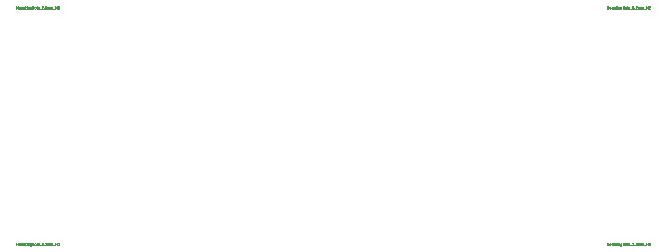
<source format=gbr>
G04 #@! TF.FileFunction,Other,Fab,Top*
%FSLAX46Y46*%
G04 Gerber Fmt 4.6, Leading zero omitted, Abs format (unit mm)*
G04 Created by KiCad (PCBNEW 4.0.1-stable) date 26/09/2016 11:32:39 a. m.*
%MOMM*%
G01*
G04 APERTURE LIST*
%ADD10C,0.100000*%
%ADD11C,0.050000*%
G04 APERTURE END LIST*
D10*
D11*
X168176192Y-96590476D02*
X168176192Y-96390476D01*
X168242859Y-96533333D01*
X168309525Y-96390476D01*
X168309525Y-96590476D01*
X168433334Y-96590476D02*
X168414287Y-96580952D01*
X168404763Y-96571429D01*
X168395239Y-96552381D01*
X168395239Y-96495238D01*
X168404763Y-96476190D01*
X168414287Y-96466667D01*
X168433334Y-96457143D01*
X168461906Y-96457143D01*
X168480954Y-96466667D01*
X168490477Y-96476190D01*
X168500001Y-96495238D01*
X168500001Y-96552381D01*
X168490477Y-96571429D01*
X168480954Y-96580952D01*
X168461906Y-96590476D01*
X168433334Y-96590476D01*
X168671429Y-96457143D02*
X168671429Y-96590476D01*
X168585715Y-96457143D02*
X168585715Y-96561905D01*
X168595239Y-96580952D01*
X168614286Y-96590476D01*
X168642858Y-96590476D01*
X168661906Y-96580952D01*
X168671429Y-96571429D01*
X168766667Y-96457143D02*
X168766667Y-96590476D01*
X168766667Y-96476190D02*
X168776191Y-96466667D01*
X168795238Y-96457143D01*
X168823810Y-96457143D01*
X168842858Y-96466667D01*
X168852381Y-96485714D01*
X168852381Y-96590476D01*
X168919048Y-96457143D02*
X168995238Y-96457143D01*
X168947619Y-96390476D02*
X168947619Y-96561905D01*
X168957143Y-96580952D01*
X168976190Y-96590476D01*
X168995238Y-96590476D01*
X169061905Y-96590476D02*
X169061905Y-96457143D01*
X169061905Y-96390476D02*
X169052381Y-96400000D01*
X169061905Y-96409524D01*
X169071429Y-96400000D01*
X169061905Y-96390476D01*
X169061905Y-96409524D01*
X169157143Y-96457143D02*
X169157143Y-96590476D01*
X169157143Y-96476190D02*
X169166667Y-96466667D01*
X169185714Y-96457143D01*
X169214286Y-96457143D01*
X169233334Y-96466667D01*
X169242857Y-96485714D01*
X169242857Y-96590476D01*
X169423809Y-96457143D02*
X169423809Y-96619048D01*
X169414286Y-96638095D01*
X169404762Y-96647619D01*
X169385714Y-96657143D01*
X169357143Y-96657143D01*
X169338095Y-96647619D01*
X169423809Y-96580952D02*
X169404762Y-96590476D01*
X169366666Y-96590476D01*
X169347619Y-96580952D01*
X169338095Y-96571429D01*
X169328571Y-96552381D01*
X169328571Y-96495238D01*
X169338095Y-96476190D01*
X169347619Y-96466667D01*
X169366666Y-96457143D01*
X169404762Y-96457143D01*
X169423809Y-96466667D01*
X169519047Y-96590476D02*
X169519047Y-96390476D01*
X169519047Y-96485714D02*
X169633333Y-96485714D01*
X169633333Y-96590476D02*
X169633333Y-96390476D01*
X169757142Y-96590476D02*
X169738095Y-96580952D01*
X169728571Y-96571429D01*
X169719047Y-96552381D01*
X169719047Y-96495238D01*
X169728571Y-96476190D01*
X169738095Y-96466667D01*
X169757142Y-96457143D01*
X169785714Y-96457143D01*
X169804762Y-96466667D01*
X169814285Y-96476190D01*
X169823809Y-96495238D01*
X169823809Y-96552381D01*
X169814285Y-96571429D01*
X169804762Y-96580952D01*
X169785714Y-96590476D01*
X169757142Y-96590476D01*
X169938094Y-96590476D02*
X169919047Y-96580952D01*
X169909523Y-96561905D01*
X169909523Y-96390476D01*
X170090476Y-96580952D02*
X170071428Y-96590476D01*
X170033333Y-96590476D01*
X170014285Y-96580952D01*
X170004761Y-96561905D01*
X170004761Y-96485714D01*
X170014285Y-96466667D01*
X170033333Y-96457143D01*
X170071428Y-96457143D01*
X170090476Y-96466667D01*
X170099999Y-96485714D01*
X170099999Y-96504762D01*
X170004761Y-96523810D01*
X170138095Y-96609524D02*
X170290476Y-96609524D01*
X170328571Y-96409524D02*
X170338095Y-96400000D01*
X170357143Y-96390476D01*
X170404762Y-96390476D01*
X170423809Y-96400000D01*
X170433333Y-96409524D01*
X170442857Y-96428571D01*
X170442857Y-96447619D01*
X170433333Y-96476190D01*
X170319047Y-96590476D01*
X170442857Y-96590476D01*
X170528571Y-96571429D02*
X170538095Y-96580952D01*
X170528571Y-96590476D01*
X170519047Y-96580952D01*
X170528571Y-96571429D01*
X170528571Y-96590476D01*
X170614285Y-96409524D02*
X170623809Y-96400000D01*
X170642857Y-96390476D01*
X170690476Y-96390476D01*
X170709523Y-96400000D01*
X170719047Y-96409524D01*
X170728571Y-96428571D01*
X170728571Y-96447619D01*
X170719047Y-96476190D01*
X170604761Y-96590476D01*
X170728571Y-96590476D01*
X170814285Y-96590476D02*
X170814285Y-96457143D01*
X170814285Y-96476190D02*
X170823809Y-96466667D01*
X170842856Y-96457143D01*
X170871428Y-96457143D01*
X170890476Y-96466667D01*
X170899999Y-96485714D01*
X170899999Y-96590476D01*
X170899999Y-96485714D02*
X170909523Y-96466667D01*
X170928571Y-96457143D01*
X170957142Y-96457143D01*
X170976190Y-96466667D01*
X170985714Y-96485714D01*
X170985714Y-96590476D01*
X171080952Y-96590476D02*
X171080952Y-96457143D01*
X171080952Y-96476190D02*
X171090476Y-96466667D01*
X171109523Y-96457143D01*
X171138095Y-96457143D01*
X171157143Y-96466667D01*
X171166666Y-96485714D01*
X171166666Y-96590476D01*
X171166666Y-96485714D02*
X171176190Y-96466667D01*
X171195238Y-96457143D01*
X171223809Y-96457143D01*
X171242857Y-96466667D01*
X171252381Y-96485714D01*
X171252381Y-96590476D01*
X171300000Y-96609524D02*
X171452381Y-96609524D01*
X171500000Y-96590476D02*
X171500000Y-96390476D01*
X171566667Y-96533333D01*
X171633333Y-96390476D01*
X171633333Y-96590476D01*
X171719047Y-96409524D02*
X171728571Y-96400000D01*
X171747619Y-96390476D01*
X171795238Y-96390476D01*
X171814285Y-96400000D01*
X171823809Y-96409524D01*
X171833333Y-96428571D01*
X171833333Y-96447619D01*
X171823809Y-96476190D01*
X171709523Y-96590476D01*
X171833333Y-96590476D01*
X168176192Y-116590476D02*
X168176192Y-116390476D01*
X168242859Y-116533333D01*
X168309525Y-116390476D01*
X168309525Y-116590476D01*
X168433334Y-116590476D02*
X168414287Y-116580952D01*
X168404763Y-116571429D01*
X168395239Y-116552381D01*
X168395239Y-116495238D01*
X168404763Y-116476190D01*
X168414287Y-116466667D01*
X168433334Y-116457143D01*
X168461906Y-116457143D01*
X168480954Y-116466667D01*
X168490477Y-116476190D01*
X168500001Y-116495238D01*
X168500001Y-116552381D01*
X168490477Y-116571429D01*
X168480954Y-116580952D01*
X168461906Y-116590476D01*
X168433334Y-116590476D01*
X168671429Y-116457143D02*
X168671429Y-116590476D01*
X168585715Y-116457143D02*
X168585715Y-116561905D01*
X168595239Y-116580952D01*
X168614286Y-116590476D01*
X168642858Y-116590476D01*
X168661906Y-116580952D01*
X168671429Y-116571429D01*
X168766667Y-116457143D02*
X168766667Y-116590476D01*
X168766667Y-116476190D02*
X168776191Y-116466667D01*
X168795238Y-116457143D01*
X168823810Y-116457143D01*
X168842858Y-116466667D01*
X168852381Y-116485714D01*
X168852381Y-116590476D01*
X168919048Y-116457143D02*
X168995238Y-116457143D01*
X168947619Y-116390476D02*
X168947619Y-116561905D01*
X168957143Y-116580952D01*
X168976190Y-116590476D01*
X168995238Y-116590476D01*
X169061905Y-116590476D02*
X169061905Y-116457143D01*
X169061905Y-116390476D02*
X169052381Y-116400000D01*
X169061905Y-116409524D01*
X169071429Y-116400000D01*
X169061905Y-116390476D01*
X169061905Y-116409524D01*
X169157143Y-116457143D02*
X169157143Y-116590476D01*
X169157143Y-116476190D02*
X169166667Y-116466667D01*
X169185714Y-116457143D01*
X169214286Y-116457143D01*
X169233334Y-116466667D01*
X169242857Y-116485714D01*
X169242857Y-116590476D01*
X169423809Y-116457143D02*
X169423809Y-116619048D01*
X169414286Y-116638095D01*
X169404762Y-116647619D01*
X169385714Y-116657143D01*
X169357143Y-116657143D01*
X169338095Y-116647619D01*
X169423809Y-116580952D02*
X169404762Y-116590476D01*
X169366666Y-116590476D01*
X169347619Y-116580952D01*
X169338095Y-116571429D01*
X169328571Y-116552381D01*
X169328571Y-116495238D01*
X169338095Y-116476190D01*
X169347619Y-116466667D01*
X169366666Y-116457143D01*
X169404762Y-116457143D01*
X169423809Y-116466667D01*
X169519047Y-116590476D02*
X169519047Y-116390476D01*
X169519047Y-116485714D02*
X169633333Y-116485714D01*
X169633333Y-116590476D02*
X169633333Y-116390476D01*
X169757142Y-116590476D02*
X169738095Y-116580952D01*
X169728571Y-116571429D01*
X169719047Y-116552381D01*
X169719047Y-116495238D01*
X169728571Y-116476190D01*
X169738095Y-116466667D01*
X169757142Y-116457143D01*
X169785714Y-116457143D01*
X169804762Y-116466667D01*
X169814285Y-116476190D01*
X169823809Y-116495238D01*
X169823809Y-116552381D01*
X169814285Y-116571429D01*
X169804762Y-116580952D01*
X169785714Y-116590476D01*
X169757142Y-116590476D01*
X169938094Y-116590476D02*
X169919047Y-116580952D01*
X169909523Y-116561905D01*
X169909523Y-116390476D01*
X170090476Y-116580952D02*
X170071428Y-116590476D01*
X170033333Y-116590476D01*
X170014285Y-116580952D01*
X170004761Y-116561905D01*
X170004761Y-116485714D01*
X170014285Y-116466667D01*
X170033333Y-116457143D01*
X170071428Y-116457143D01*
X170090476Y-116466667D01*
X170099999Y-116485714D01*
X170099999Y-116504762D01*
X170004761Y-116523810D01*
X170138095Y-116609524D02*
X170290476Y-116609524D01*
X170328571Y-116409524D02*
X170338095Y-116400000D01*
X170357143Y-116390476D01*
X170404762Y-116390476D01*
X170423809Y-116400000D01*
X170433333Y-116409524D01*
X170442857Y-116428571D01*
X170442857Y-116447619D01*
X170433333Y-116476190D01*
X170319047Y-116590476D01*
X170442857Y-116590476D01*
X170528571Y-116571429D02*
X170538095Y-116580952D01*
X170528571Y-116590476D01*
X170519047Y-116580952D01*
X170528571Y-116571429D01*
X170528571Y-116590476D01*
X170614285Y-116409524D02*
X170623809Y-116400000D01*
X170642857Y-116390476D01*
X170690476Y-116390476D01*
X170709523Y-116400000D01*
X170719047Y-116409524D01*
X170728571Y-116428571D01*
X170728571Y-116447619D01*
X170719047Y-116476190D01*
X170604761Y-116590476D01*
X170728571Y-116590476D01*
X170814285Y-116590476D02*
X170814285Y-116457143D01*
X170814285Y-116476190D02*
X170823809Y-116466667D01*
X170842856Y-116457143D01*
X170871428Y-116457143D01*
X170890476Y-116466667D01*
X170899999Y-116485714D01*
X170899999Y-116590476D01*
X170899999Y-116485714D02*
X170909523Y-116466667D01*
X170928571Y-116457143D01*
X170957142Y-116457143D01*
X170976190Y-116466667D01*
X170985714Y-116485714D01*
X170985714Y-116590476D01*
X171080952Y-116590476D02*
X171080952Y-116457143D01*
X171080952Y-116476190D02*
X171090476Y-116466667D01*
X171109523Y-116457143D01*
X171138095Y-116457143D01*
X171157143Y-116466667D01*
X171166666Y-116485714D01*
X171166666Y-116590476D01*
X171166666Y-116485714D02*
X171176190Y-116466667D01*
X171195238Y-116457143D01*
X171223809Y-116457143D01*
X171242857Y-116466667D01*
X171252381Y-116485714D01*
X171252381Y-116590476D01*
X171300000Y-116609524D02*
X171452381Y-116609524D01*
X171500000Y-116590476D02*
X171500000Y-116390476D01*
X171566667Y-116533333D01*
X171633333Y-116390476D01*
X171633333Y-116590476D01*
X171719047Y-116409524D02*
X171728571Y-116400000D01*
X171747619Y-116390476D01*
X171795238Y-116390476D01*
X171814285Y-116400000D01*
X171823809Y-116409524D01*
X171833333Y-116428571D01*
X171833333Y-116447619D01*
X171823809Y-116476190D01*
X171709523Y-116590476D01*
X171833333Y-116590476D01*
X118176192Y-116590476D02*
X118176192Y-116390476D01*
X118242859Y-116533333D01*
X118309525Y-116390476D01*
X118309525Y-116590476D01*
X118433334Y-116590476D02*
X118414287Y-116580952D01*
X118404763Y-116571429D01*
X118395239Y-116552381D01*
X118395239Y-116495238D01*
X118404763Y-116476190D01*
X118414287Y-116466667D01*
X118433334Y-116457143D01*
X118461906Y-116457143D01*
X118480954Y-116466667D01*
X118490477Y-116476190D01*
X118500001Y-116495238D01*
X118500001Y-116552381D01*
X118490477Y-116571429D01*
X118480954Y-116580952D01*
X118461906Y-116590476D01*
X118433334Y-116590476D01*
X118671429Y-116457143D02*
X118671429Y-116590476D01*
X118585715Y-116457143D02*
X118585715Y-116561905D01*
X118595239Y-116580952D01*
X118614286Y-116590476D01*
X118642858Y-116590476D01*
X118661906Y-116580952D01*
X118671429Y-116571429D01*
X118766667Y-116457143D02*
X118766667Y-116590476D01*
X118766667Y-116476190D02*
X118776191Y-116466667D01*
X118795238Y-116457143D01*
X118823810Y-116457143D01*
X118842858Y-116466667D01*
X118852381Y-116485714D01*
X118852381Y-116590476D01*
X118919048Y-116457143D02*
X118995238Y-116457143D01*
X118947619Y-116390476D02*
X118947619Y-116561905D01*
X118957143Y-116580952D01*
X118976190Y-116590476D01*
X118995238Y-116590476D01*
X119061905Y-116590476D02*
X119061905Y-116457143D01*
X119061905Y-116390476D02*
X119052381Y-116400000D01*
X119061905Y-116409524D01*
X119071429Y-116400000D01*
X119061905Y-116390476D01*
X119061905Y-116409524D01*
X119157143Y-116457143D02*
X119157143Y-116590476D01*
X119157143Y-116476190D02*
X119166667Y-116466667D01*
X119185714Y-116457143D01*
X119214286Y-116457143D01*
X119233334Y-116466667D01*
X119242857Y-116485714D01*
X119242857Y-116590476D01*
X119423809Y-116457143D02*
X119423809Y-116619048D01*
X119414286Y-116638095D01*
X119404762Y-116647619D01*
X119385714Y-116657143D01*
X119357143Y-116657143D01*
X119338095Y-116647619D01*
X119423809Y-116580952D02*
X119404762Y-116590476D01*
X119366666Y-116590476D01*
X119347619Y-116580952D01*
X119338095Y-116571429D01*
X119328571Y-116552381D01*
X119328571Y-116495238D01*
X119338095Y-116476190D01*
X119347619Y-116466667D01*
X119366666Y-116457143D01*
X119404762Y-116457143D01*
X119423809Y-116466667D01*
X119519047Y-116590476D02*
X119519047Y-116390476D01*
X119519047Y-116485714D02*
X119633333Y-116485714D01*
X119633333Y-116590476D02*
X119633333Y-116390476D01*
X119757142Y-116590476D02*
X119738095Y-116580952D01*
X119728571Y-116571429D01*
X119719047Y-116552381D01*
X119719047Y-116495238D01*
X119728571Y-116476190D01*
X119738095Y-116466667D01*
X119757142Y-116457143D01*
X119785714Y-116457143D01*
X119804762Y-116466667D01*
X119814285Y-116476190D01*
X119823809Y-116495238D01*
X119823809Y-116552381D01*
X119814285Y-116571429D01*
X119804762Y-116580952D01*
X119785714Y-116590476D01*
X119757142Y-116590476D01*
X119938094Y-116590476D02*
X119919047Y-116580952D01*
X119909523Y-116561905D01*
X119909523Y-116390476D01*
X120090476Y-116580952D02*
X120071428Y-116590476D01*
X120033333Y-116590476D01*
X120014285Y-116580952D01*
X120004761Y-116561905D01*
X120004761Y-116485714D01*
X120014285Y-116466667D01*
X120033333Y-116457143D01*
X120071428Y-116457143D01*
X120090476Y-116466667D01*
X120099999Y-116485714D01*
X120099999Y-116504762D01*
X120004761Y-116523810D01*
X120138095Y-116609524D02*
X120290476Y-116609524D01*
X120328571Y-116409524D02*
X120338095Y-116400000D01*
X120357143Y-116390476D01*
X120404762Y-116390476D01*
X120423809Y-116400000D01*
X120433333Y-116409524D01*
X120442857Y-116428571D01*
X120442857Y-116447619D01*
X120433333Y-116476190D01*
X120319047Y-116590476D01*
X120442857Y-116590476D01*
X120528571Y-116571429D02*
X120538095Y-116580952D01*
X120528571Y-116590476D01*
X120519047Y-116580952D01*
X120528571Y-116571429D01*
X120528571Y-116590476D01*
X120614285Y-116409524D02*
X120623809Y-116400000D01*
X120642857Y-116390476D01*
X120690476Y-116390476D01*
X120709523Y-116400000D01*
X120719047Y-116409524D01*
X120728571Y-116428571D01*
X120728571Y-116447619D01*
X120719047Y-116476190D01*
X120604761Y-116590476D01*
X120728571Y-116590476D01*
X120814285Y-116590476D02*
X120814285Y-116457143D01*
X120814285Y-116476190D02*
X120823809Y-116466667D01*
X120842856Y-116457143D01*
X120871428Y-116457143D01*
X120890476Y-116466667D01*
X120899999Y-116485714D01*
X120899999Y-116590476D01*
X120899999Y-116485714D02*
X120909523Y-116466667D01*
X120928571Y-116457143D01*
X120957142Y-116457143D01*
X120976190Y-116466667D01*
X120985714Y-116485714D01*
X120985714Y-116590476D01*
X121080952Y-116590476D02*
X121080952Y-116457143D01*
X121080952Y-116476190D02*
X121090476Y-116466667D01*
X121109523Y-116457143D01*
X121138095Y-116457143D01*
X121157143Y-116466667D01*
X121166666Y-116485714D01*
X121166666Y-116590476D01*
X121166666Y-116485714D02*
X121176190Y-116466667D01*
X121195238Y-116457143D01*
X121223809Y-116457143D01*
X121242857Y-116466667D01*
X121252381Y-116485714D01*
X121252381Y-116590476D01*
X121300000Y-116609524D02*
X121452381Y-116609524D01*
X121500000Y-116590476D02*
X121500000Y-116390476D01*
X121566667Y-116533333D01*
X121633333Y-116390476D01*
X121633333Y-116590476D01*
X121719047Y-116409524D02*
X121728571Y-116400000D01*
X121747619Y-116390476D01*
X121795238Y-116390476D01*
X121814285Y-116400000D01*
X121823809Y-116409524D01*
X121833333Y-116428571D01*
X121833333Y-116447619D01*
X121823809Y-116476190D01*
X121709523Y-116590476D01*
X121833333Y-116590476D01*
X118176192Y-96590476D02*
X118176192Y-96390476D01*
X118242859Y-96533333D01*
X118309525Y-96390476D01*
X118309525Y-96590476D01*
X118433334Y-96590476D02*
X118414287Y-96580952D01*
X118404763Y-96571429D01*
X118395239Y-96552381D01*
X118395239Y-96495238D01*
X118404763Y-96476190D01*
X118414287Y-96466667D01*
X118433334Y-96457143D01*
X118461906Y-96457143D01*
X118480954Y-96466667D01*
X118490477Y-96476190D01*
X118500001Y-96495238D01*
X118500001Y-96552381D01*
X118490477Y-96571429D01*
X118480954Y-96580952D01*
X118461906Y-96590476D01*
X118433334Y-96590476D01*
X118671429Y-96457143D02*
X118671429Y-96590476D01*
X118585715Y-96457143D02*
X118585715Y-96561905D01*
X118595239Y-96580952D01*
X118614286Y-96590476D01*
X118642858Y-96590476D01*
X118661906Y-96580952D01*
X118671429Y-96571429D01*
X118766667Y-96457143D02*
X118766667Y-96590476D01*
X118766667Y-96476190D02*
X118776191Y-96466667D01*
X118795238Y-96457143D01*
X118823810Y-96457143D01*
X118842858Y-96466667D01*
X118852381Y-96485714D01*
X118852381Y-96590476D01*
X118919048Y-96457143D02*
X118995238Y-96457143D01*
X118947619Y-96390476D02*
X118947619Y-96561905D01*
X118957143Y-96580952D01*
X118976190Y-96590476D01*
X118995238Y-96590476D01*
X119061905Y-96590476D02*
X119061905Y-96457143D01*
X119061905Y-96390476D02*
X119052381Y-96400000D01*
X119061905Y-96409524D01*
X119071429Y-96400000D01*
X119061905Y-96390476D01*
X119061905Y-96409524D01*
X119157143Y-96457143D02*
X119157143Y-96590476D01*
X119157143Y-96476190D02*
X119166667Y-96466667D01*
X119185714Y-96457143D01*
X119214286Y-96457143D01*
X119233334Y-96466667D01*
X119242857Y-96485714D01*
X119242857Y-96590476D01*
X119423809Y-96457143D02*
X119423809Y-96619048D01*
X119414286Y-96638095D01*
X119404762Y-96647619D01*
X119385714Y-96657143D01*
X119357143Y-96657143D01*
X119338095Y-96647619D01*
X119423809Y-96580952D02*
X119404762Y-96590476D01*
X119366666Y-96590476D01*
X119347619Y-96580952D01*
X119338095Y-96571429D01*
X119328571Y-96552381D01*
X119328571Y-96495238D01*
X119338095Y-96476190D01*
X119347619Y-96466667D01*
X119366666Y-96457143D01*
X119404762Y-96457143D01*
X119423809Y-96466667D01*
X119519047Y-96590476D02*
X119519047Y-96390476D01*
X119519047Y-96485714D02*
X119633333Y-96485714D01*
X119633333Y-96590476D02*
X119633333Y-96390476D01*
X119757142Y-96590476D02*
X119738095Y-96580952D01*
X119728571Y-96571429D01*
X119719047Y-96552381D01*
X119719047Y-96495238D01*
X119728571Y-96476190D01*
X119738095Y-96466667D01*
X119757142Y-96457143D01*
X119785714Y-96457143D01*
X119804762Y-96466667D01*
X119814285Y-96476190D01*
X119823809Y-96495238D01*
X119823809Y-96552381D01*
X119814285Y-96571429D01*
X119804762Y-96580952D01*
X119785714Y-96590476D01*
X119757142Y-96590476D01*
X119938094Y-96590476D02*
X119919047Y-96580952D01*
X119909523Y-96561905D01*
X119909523Y-96390476D01*
X120090476Y-96580952D02*
X120071428Y-96590476D01*
X120033333Y-96590476D01*
X120014285Y-96580952D01*
X120004761Y-96561905D01*
X120004761Y-96485714D01*
X120014285Y-96466667D01*
X120033333Y-96457143D01*
X120071428Y-96457143D01*
X120090476Y-96466667D01*
X120099999Y-96485714D01*
X120099999Y-96504762D01*
X120004761Y-96523810D01*
X120138095Y-96609524D02*
X120290476Y-96609524D01*
X120328571Y-96409524D02*
X120338095Y-96400000D01*
X120357143Y-96390476D01*
X120404762Y-96390476D01*
X120423809Y-96400000D01*
X120433333Y-96409524D01*
X120442857Y-96428571D01*
X120442857Y-96447619D01*
X120433333Y-96476190D01*
X120319047Y-96590476D01*
X120442857Y-96590476D01*
X120528571Y-96571429D02*
X120538095Y-96580952D01*
X120528571Y-96590476D01*
X120519047Y-96580952D01*
X120528571Y-96571429D01*
X120528571Y-96590476D01*
X120614285Y-96409524D02*
X120623809Y-96400000D01*
X120642857Y-96390476D01*
X120690476Y-96390476D01*
X120709523Y-96400000D01*
X120719047Y-96409524D01*
X120728571Y-96428571D01*
X120728571Y-96447619D01*
X120719047Y-96476190D01*
X120604761Y-96590476D01*
X120728571Y-96590476D01*
X120814285Y-96590476D02*
X120814285Y-96457143D01*
X120814285Y-96476190D02*
X120823809Y-96466667D01*
X120842856Y-96457143D01*
X120871428Y-96457143D01*
X120890476Y-96466667D01*
X120899999Y-96485714D01*
X120899999Y-96590476D01*
X120899999Y-96485714D02*
X120909523Y-96466667D01*
X120928571Y-96457143D01*
X120957142Y-96457143D01*
X120976190Y-96466667D01*
X120985714Y-96485714D01*
X120985714Y-96590476D01*
X121080952Y-96590476D02*
X121080952Y-96457143D01*
X121080952Y-96476190D02*
X121090476Y-96466667D01*
X121109523Y-96457143D01*
X121138095Y-96457143D01*
X121157143Y-96466667D01*
X121166666Y-96485714D01*
X121166666Y-96590476D01*
X121166666Y-96485714D02*
X121176190Y-96466667D01*
X121195238Y-96457143D01*
X121223809Y-96457143D01*
X121242857Y-96466667D01*
X121252381Y-96485714D01*
X121252381Y-96590476D01*
X121300000Y-96609524D02*
X121452381Y-96609524D01*
X121500000Y-96590476D02*
X121500000Y-96390476D01*
X121566667Y-96533333D01*
X121633333Y-96390476D01*
X121633333Y-96590476D01*
X121719047Y-96409524D02*
X121728571Y-96400000D01*
X121747619Y-96390476D01*
X121795238Y-96390476D01*
X121814285Y-96400000D01*
X121823809Y-96409524D01*
X121833333Y-96428571D01*
X121833333Y-96447619D01*
X121823809Y-96476190D01*
X121709523Y-96590476D01*
X121833333Y-96590476D01*
M02*

</source>
